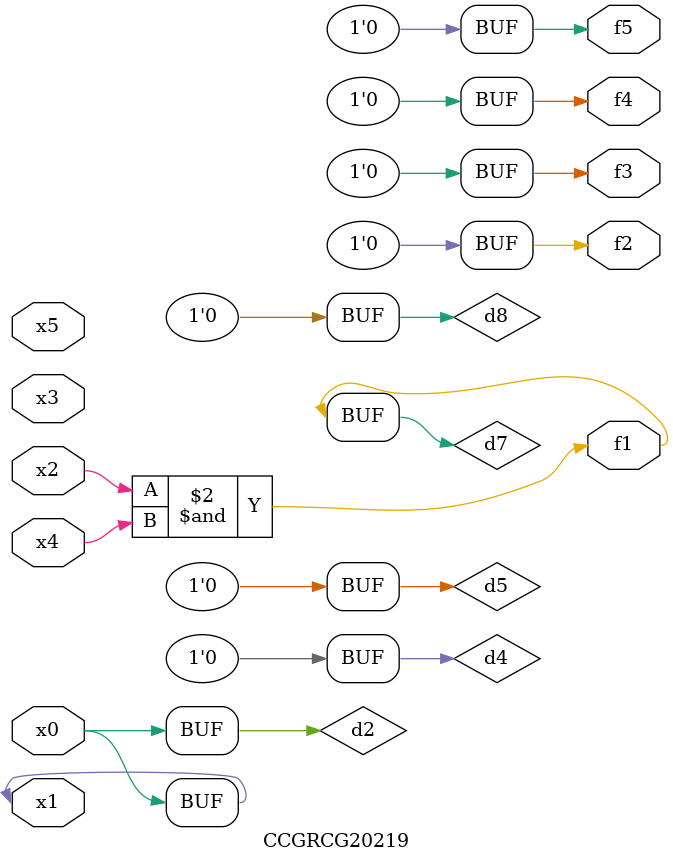
<source format=v>
module CCGRCG20219(
	input x0, x1, x2, x3, x4, x5,
	output f1, f2, f3, f4, f5
);

	wire d1, d2, d3, d4, d5, d6, d7, d8, d9;

	nand (d1, x1);
	buf (d2, x0, x1);
	nand (d3, x2, x4);
	and (d4, d1, d2);
	and (d5, d1, d2);
	nand (d6, d1, d3);
	not (d7, d3);
	xor (d8, d5);
	nor (d9, d5, d6);
	assign f1 = d7;
	assign f2 = d8;
	assign f3 = d8;
	assign f4 = d8;
	assign f5 = d8;
endmodule

</source>
